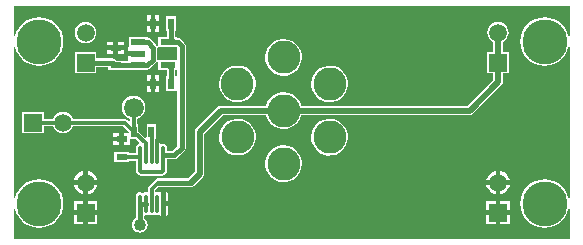
<source format=gtl>
%FSLAX24Y24*%
%MOIN*%
G70*
G01*
G75*
G04 Layer_Physical_Order=1*
G04 Layer_Color=255*
%ADD10R,0.0512X0.0217*%
%ADD11R,0.0197X0.0354*%
%ADD12R,0.0354X0.0197*%
%ADD13O,0.0118X0.0650*%
%ADD14C,0.0120*%
%ADD15C,0.0150*%
%ADD16C,0.0200*%
%ADD17C,0.1102*%
%ADD18C,0.0591*%
%ADD19R,0.0591X0.0591*%
%ADD20R,0.0591X0.0591*%
%ADD21C,0.0661*%
%ADD22C,0.0400*%
%ADD23C,0.1500*%
G36*
X27138Y16899D02*
X27088Y16891D01*
X27052Y17011D01*
X26977Y17152D01*
X26876Y17276D01*
X26752Y17377D01*
X26611Y17452D01*
X26459Y17498D01*
X26300Y17514D01*
X26141Y17498D01*
X25989Y17452D01*
X25848Y17377D01*
X25724Y17276D01*
X25623Y17152D01*
X25548Y17011D01*
X25502Y16859D01*
X25486Y16700D01*
X25502Y16541D01*
X25548Y16389D01*
X25623Y16248D01*
X25724Y16124D01*
X25848Y16023D01*
X25989Y15948D01*
X26141Y15902D01*
X26300Y15886D01*
X26459Y15902D01*
X26611Y15948D01*
X26752Y16023D01*
X26876Y16124D01*
X26977Y16248D01*
X27052Y16389D01*
X27088Y16509D01*
X27138Y16501D01*
Y11499D01*
X27088Y11491D01*
X27052Y11611D01*
X26977Y11752D01*
X26876Y11876D01*
X26752Y11977D01*
X26611Y12052D01*
X26459Y12098D01*
X26300Y12114D01*
X26141Y12098D01*
X25989Y12052D01*
X25848Y11977D01*
X25724Y11876D01*
X25623Y11752D01*
X25548Y11611D01*
X25502Y11459D01*
X25486Y11300D01*
X25502Y11141D01*
X25548Y10989D01*
X25623Y10848D01*
X25724Y10724D01*
X25848Y10623D01*
X25989Y10548D01*
X26141Y10502D01*
X26300Y10486D01*
X26459Y10502D01*
X26611Y10548D01*
X26752Y10623D01*
X26876Y10724D01*
X26977Y10848D01*
X27052Y10989D01*
X27088Y11109D01*
X27138Y11101D01*
Y10112D01*
X8612D01*
Y11101D01*
X8662Y11109D01*
X8698Y10989D01*
X8773Y10848D01*
X8874Y10724D01*
X8998Y10623D01*
X9139Y10548D01*
X9291Y10502D01*
X9450Y10486D01*
X9609Y10502D01*
X9761Y10548D01*
X9902Y10623D01*
X10026Y10724D01*
X10127Y10848D01*
X10202Y10989D01*
X10248Y11141D01*
X10264Y11300D01*
X10248Y11459D01*
X10202Y11611D01*
X10127Y11752D01*
X10026Y11876D01*
X9902Y11977D01*
X9761Y12052D01*
X9609Y12098D01*
X9450Y12114D01*
X9291Y12098D01*
X9139Y12052D01*
X8998Y11977D01*
X8874Y11876D01*
X8773Y11752D01*
X8698Y11611D01*
X8662Y11491D01*
X8612Y11499D01*
Y16501D01*
X8662Y16509D01*
X8698Y16389D01*
X8773Y16248D01*
X8874Y16124D01*
X8998Y16023D01*
X9139Y15948D01*
X9291Y15902D01*
X9450Y15886D01*
X9609Y15902D01*
X9761Y15948D01*
X9902Y16023D01*
X10026Y16124D01*
X10127Y16248D01*
X10202Y16389D01*
X10248Y16541D01*
X10264Y16700D01*
X10248Y16859D01*
X10202Y17011D01*
X10127Y17152D01*
X10026Y17276D01*
X9902Y17377D01*
X9761Y17452D01*
X9609Y17498D01*
X9450Y17514D01*
X9291Y17498D01*
X9139Y17452D01*
X8998Y17377D01*
X8874Y17276D01*
X8773Y17152D01*
X8698Y17011D01*
X8662Y16891D01*
X8612Y16899D01*
Y17888D01*
X27138D01*
Y16899D01*
D02*
G37*
%LPC*%
G36*
X17641Y13240D02*
X17520Y13236D01*
X17403Y13209D01*
X17293Y13159D01*
X17196Y13089D01*
X17113Y13001D01*
X17050Y12899D01*
X17007Y12786D01*
X16988Y12668D01*
X16992Y12547D01*
X17019Y12430D01*
X17069Y12320D01*
X17139Y12222D01*
X17227Y12140D01*
X17329Y12077D01*
X17442Y12034D01*
X17560Y12015D01*
X17681Y12018D01*
X17798Y12046D01*
X17908Y12096D01*
X18005Y12166D01*
X18088Y12254D01*
X18151Y12356D01*
X18194Y12468D01*
X18213Y12587D01*
X18209Y12708D01*
X18182Y12825D01*
X18132Y12934D01*
X18062Y13032D01*
X17974Y13115D01*
X17872Y13178D01*
X17760Y13221D01*
X17641Y13240D01*
D02*
G37*
G36*
X10925Y12389D02*
X10897Y12385D01*
X10801Y12345D01*
X10718Y12282D01*
X10655Y12199D01*
X10615Y12103D01*
X10611Y12075D01*
X10925D01*
Y12389D01*
D02*
G37*
G36*
X11389Y11925D02*
X11075D01*
Y11611D01*
X11103Y11615D01*
X11199Y11655D01*
X11282Y11718D01*
X11345Y11801D01*
X11385Y11897D01*
X11389Y11925D01*
D02*
G37*
G36*
X24675D02*
X24361D01*
X24365Y11897D01*
X24405Y11801D01*
X24468Y11718D01*
X24551Y11655D01*
X24647Y11615D01*
X24675Y11611D01*
Y11925D01*
D02*
G37*
G36*
X25139D02*
X24825D01*
Y11611D01*
X24853Y11615D01*
X24949Y11655D01*
X25032Y11718D01*
X25095Y11801D01*
X25135Y11897D01*
X25139Y11925D01*
D02*
G37*
G36*
X19175Y14126D02*
X19055Y14122D01*
X18937Y14095D01*
X18828Y14045D01*
X18730Y13975D01*
X18648Y13887D01*
X18584Y13785D01*
X18542Y13672D01*
X18522Y13553D01*
X18526Y13433D01*
X18553Y13316D01*
X18603Y13206D01*
X18673Y13108D01*
X18761Y13026D01*
X18863Y12962D01*
X18976Y12920D01*
X19095Y12900D01*
X19215Y12904D01*
X19332Y12932D01*
X19442Y12981D01*
X19540Y13051D01*
X19622Y13139D01*
X19686Y13242D01*
X19728Y13354D01*
X19748Y13473D01*
X19744Y13593D01*
X19716Y13711D01*
X19667Y13820D01*
X19597Y13918D01*
X19509Y14000D01*
X19406Y14064D01*
X19294Y14106D01*
X19175Y14126D01*
D02*
G37*
G36*
X16106Y14127D02*
X15986Y14123D01*
X15868Y14096D01*
X15759Y14046D01*
X15661Y13976D01*
X15578Y13888D01*
X15515Y13786D01*
X15472Y13673D01*
X15453Y13554D01*
X15457Y13434D01*
X15484Y13317D01*
X15534Y13207D01*
X15604Y13109D01*
X15692Y13027D01*
X15794Y12963D01*
X15907Y12921D01*
X16026Y12901D01*
X16146Y12905D01*
X16263Y12933D01*
X16373Y12982D01*
X16471Y13052D01*
X16553Y13140D01*
X16617Y13243D01*
X16659Y13355D01*
X16679Y13474D01*
X16675Y13594D01*
X16647Y13712D01*
X16598Y13821D01*
X16527Y13919D01*
X16440Y14001D01*
X16337Y14065D01*
X16225Y14107D01*
X16106Y14127D01*
D02*
G37*
G36*
X24825Y12389D02*
Y12075D01*
X25139D01*
X25135Y12103D01*
X25095Y12199D01*
X25032Y12282D01*
X24949Y12345D01*
X24853Y12385D01*
X24825Y12389D01*
D02*
G37*
G36*
X11075D02*
Y12075D01*
X11389D01*
X11385Y12103D01*
X11345Y12199D01*
X11282Y12282D01*
X11199Y12345D01*
X11103Y12385D01*
X11075Y12389D01*
D02*
G37*
G36*
X24675D02*
X24647Y12385D01*
X24551Y12345D01*
X24468Y12282D01*
X24405Y12199D01*
X24365Y12103D01*
X24361Y12075D01*
X24675D01*
Y12389D01*
D02*
G37*
G36*
X10925Y11925D02*
X10611D01*
X10615Y11897D01*
X10655Y11801D01*
X10718Y11718D01*
X10801Y11655D01*
X10897Y11615D01*
X10925Y11611D01*
Y11925D01*
D02*
G37*
G36*
X25145Y10925D02*
X24825D01*
Y10605D01*
X25145D01*
Y10925D01*
D02*
G37*
G36*
X13756Y11218D02*
X13669D01*
Y10886D01*
X13708Y10912D01*
X13744Y10965D01*
X13756Y11027D01*
Y11218D01*
D02*
G37*
G36*
X24675Y10925D02*
X24355D01*
Y10605D01*
X24675D01*
Y10925D01*
D02*
G37*
G36*
X10925D02*
X10605D01*
Y10605D01*
X10925D01*
Y10925D01*
D02*
G37*
G36*
X11395D02*
X11075D01*
Y10605D01*
X11395D01*
Y10925D01*
D02*
G37*
G36*
X25145Y11395D02*
X24825D01*
Y11075D01*
X25145D01*
Y11395D01*
D02*
G37*
G36*
X13669Y11700D02*
Y11368D01*
X13756D01*
Y11559D01*
X13744Y11621D01*
X13708Y11673D01*
X13669Y11700D01*
D02*
G37*
G36*
X24675Y11395D02*
X24355D01*
Y11075D01*
X24675D01*
Y11395D01*
D02*
G37*
G36*
X10925D02*
X10605D01*
Y11075D01*
X10925D01*
Y11395D01*
D02*
G37*
G36*
X11395D02*
X11075D01*
Y11075D01*
X11395D01*
Y11395D01*
D02*
G37*
G36*
X11925Y16694D02*
X11723D01*
Y16570D01*
X11925D01*
Y16694D01*
D02*
G37*
G36*
X12277D02*
X12075D01*
Y16570D01*
X12277D01*
Y16694D01*
D02*
G37*
G36*
X14004Y17537D02*
X13687D01*
Y17063D01*
X13708D01*
Y16842D01*
X13426D01*
Y16562D01*
X13377Y16553D01*
X13347Y16597D01*
X13173Y16771D01*
X13129Y16801D01*
X13076Y16812D01*
X13074D01*
Y16842D01*
X12442D01*
Y16508D01*
X12402D01*
Y16375D01*
X12758D01*
Y16225D01*
X12402D01*
Y16092D01*
X12402D01*
Y16078D01*
X12367Y16042D01*
X12237D01*
Y16063D01*
X12036D01*
X12002Y16097D01*
X11957Y16127D01*
X11905Y16138D01*
X11355D01*
Y16355D01*
X10645D01*
Y15645D01*
X11355D01*
Y15862D01*
X11763D01*
Y15746D01*
X12237D01*
Y15767D01*
X12442D01*
Y15758D01*
X13074D01*
Y15771D01*
X13107Y15778D01*
X13152Y15807D01*
X13347Y16003D01*
X13377Y16047D01*
X13426Y16038D01*
Y15758D01*
X13708D01*
Y15537D01*
X13687D01*
Y15063D01*
X14004D01*
Y15537D01*
X13983D01*
Y15758D01*
X14027D01*
X14027Y15758D01*
Y15758D01*
X14058Y15758D01*
X14062Y15753D01*
Y13207D01*
X13900Y13045D01*
X13715D01*
Y13173D01*
X13706Y13219D01*
X13680Y13259D01*
X13640Y13285D01*
X13594Y13294D01*
X13547Y13285D01*
X13524Y13269D01*
X13512Y13288D01*
X13459Y13323D01*
X13397Y13335D01*
X13361Y13328D01*
X13322Y13360D01*
Y13463D01*
X13354D01*
Y13937D01*
X13037D01*
Y13506D01*
X12991Y13487D01*
X12763Y13715D01*
Y13937D01*
X12727D01*
Y14130D01*
X12797Y14159D01*
X12879Y14221D01*
X12941Y14303D01*
X12981Y14398D01*
X12994Y14500D01*
X12981Y14602D01*
X12941Y14697D01*
X12879Y14779D01*
X12797Y14841D01*
X12702Y14881D01*
X12600Y14894D01*
X12498Y14881D01*
X12403Y14841D01*
X12321Y14779D01*
X12259Y14697D01*
X12219Y14602D01*
X12206Y14500D01*
X12219Y14398D01*
X12259Y14303D01*
X12321Y14221D01*
X12403Y14159D01*
X12482Y14126D01*
Y14061D01*
X12436Y14042D01*
X12391Y14087D01*
X12352Y14113D01*
X12305Y14122D01*
X10584D01*
X10560Y14179D01*
X10503Y14253D01*
X10429Y14310D01*
X10343Y14346D01*
X10250Y14358D01*
X10157Y14346D01*
X10071Y14310D01*
X9997Y14253D01*
X9940Y14179D01*
X9916Y14122D01*
X9605D01*
Y14355D01*
X8895D01*
Y13645D01*
X9605D01*
Y13878D01*
X9916D01*
X9940Y13821D01*
X9997Y13747D01*
X10071Y13690D01*
X10157Y13654D01*
X10250Y13642D01*
X10343Y13654D01*
X10429Y13690D01*
X10503Y13747D01*
X10560Y13821D01*
X10584Y13878D01*
X12254D01*
X12442Y13690D01*
X12423Y13644D01*
X12275D01*
Y13445D01*
Y13247D01*
X12477D01*
Y13463D01*
X12669D01*
X12795Y13337D01*
X12780Y13289D01*
X12760Y13285D01*
X12720Y13259D01*
X12694Y13219D01*
X12685Y13173D01*
Y12977D01*
X12437D01*
Y13013D01*
X11963D01*
Y12696D01*
X12437D01*
Y12732D01*
X12684D01*
Y12394D01*
X12693Y12347D01*
X12720Y12307D01*
X12763Y12263D01*
X12787Y12248D01*
X12803Y12237D01*
X12850Y12228D01*
X13550D01*
X13597Y12237D01*
X13637Y12263D01*
X13680Y12307D01*
X13696Y12331D01*
X13707Y12347D01*
X13716Y12394D01*
Y12769D01*
X13957D01*
X14010Y12780D01*
X14054Y12810D01*
X14297Y13053D01*
X14327Y13097D01*
X14338Y13150D01*
X14338Y13150D01*
X14338Y13150D01*
Y13150D01*
Y16550D01*
X14327Y16603D01*
X14297Y16647D01*
X14173Y16771D01*
X14129Y16801D01*
X14076Y16812D01*
X14058D01*
Y16842D01*
X13983D01*
Y17063D01*
X14004D01*
Y17537D01*
D02*
G37*
G36*
X11925Y16420D02*
X11723D01*
Y16297D01*
X11925D01*
Y16420D01*
D02*
G37*
G36*
X12277D02*
X12075D01*
Y16297D01*
X12277D01*
Y16420D01*
D02*
G37*
G36*
X13180Y17577D02*
X13056D01*
Y17375D01*
X13180D01*
Y17577D01*
D02*
G37*
G36*
X13453D02*
X13330D01*
Y17375D01*
X13453D01*
Y17577D01*
D02*
G37*
G36*
Y17225D02*
X13330D01*
Y17023D01*
X13453D01*
Y17225D01*
D02*
G37*
G36*
X11000Y17358D02*
X10907Y17346D01*
X10821Y17310D01*
X10747Y17253D01*
X10690Y17179D01*
X10654Y17093D01*
X10642Y17000D01*
X10654Y16907D01*
X10690Y16821D01*
X10747Y16747D01*
X10821Y16690D01*
X10907Y16654D01*
X11000Y16642D01*
X11093Y16654D01*
X11179Y16690D01*
X11253Y16747D01*
X11310Y16821D01*
X11346Y16907D01*
X11358Y17000D01*
X11346Y17093D01*
X11310Y17179D01*
X11253Y17253D01*
X11179Y17310D01*
X11093Y17346D01*
X11000Y17358D01*
D02*
G37*
G36*
X13180Y17225D02*
X13056D01*
Y17023D01*
X13180D01*
Y17225D01*
D02*
G37*
G36*
X19174Y15899D02*
X19054Y15895D01*
X18937Y15867D01*
X18827Y15818D01*
X18729Y15748D01*
X18647Y15660D01*
X18583Y15557D01*
X18541Y15445D01*
X18521Y15326D01*
X18525Y15206D01*
X18553Y15088D01*
X18602Y14979D01*
X18673Y14881D01*
X18760Y14799D01*
X18863Y14735D01*
X18975Y14693D01*
X19094Y14673D01*
X19214Y14677D01*
X19332Y14704D01*
X19441Y14754D01*
X19539Y14824D01*
X19622Y14912D01*
X19685Y15014D01*
X19728Y15127D01*
X19747Y15246D01*
X19743Y15366D01*
X19716Y15483D01*
X19666Y15593D01*
X19596Y15691D01*
X19508Y15773D01*
X19406Y15837D01*
X19293Y15879D01*
X19174Y15899D01*
D02*
G37*
G36*
X16105Y15900D02*
X15985Y15896D01*
X15868Y15868D01*
X15758Y15819D01*
X15660Y15749D01*
X15578Y15661D01*
X15514Y15558D01*
X15472Y15446D01*
X15452Y15327D01*
X15456Y15207D01*
X15484Y15089D01*
X15533Y14980D01*
X15603Y14882D01*
X15691Y14800D01*
X15794Y14736D01*
X15906Y14694D01*
X16025Y14674D01*
X16145Y14678D01*
X16263Y14705D01*
X16372Y14755D01*
X16470Y14825D01*
X16552Y14913D01*
X16616Y15015D01*
X16658Y15128D01*
X16678Y15247D01*
X16674Y15367D01*
X16647Y15484D01*
X16597Y15594D01*
X16527Y15692D01*
X16439Y15774D01*
X16337Y15838D01*
X16224Y15880D01*
X16105Y15900D01*
D02*
G37*
G36*
X24750Y17358D02*
X24657Y17346D01*
X24571Y17310D01*
X24497Y17253D01*
X24440Y17179D01*
X24404Y17093D01*
X24392Y17000D01*
X24404Y16907D01*
X24440Y16821D01*
X24497Y16747D01*
X24571Y16690D01*
X24587Y16683D01*
Y16355D01*
X24395D01*
Y15645D01*
X24587D01*
Y15418D01*
X23732Y14563D01*
X18190D01*
X18182Y14597D01*
X18132Y14707D01*
X18062Y14805D01*
X17974Y14887D01*
X17872Y14951D01*
X17759Y14993D01*
X17640Y15013D01*
X17520Y15009D01*
X17403Y14982D01*
X17293Y14932D01*
X17195Y14862D01*
X17113Y14774D01*
X17049Y14672D01*
X17008Y14563D01*
X15500D01*
X15438Y14551D01*
X15385Y14515D01*
X14685Y13815D01*
X14649Y13762D01*
X14637Y13700D01*
Y12368D01*
X14407Y12138D01*
X13400D01*
X13347Y12127D01*
X13303Y12097D01*
X13273Y12053D01*
X13271Y12044D01*
X13113Y11887D01*
X13087Y11847D01*
X13078Y11800D01*
Y11705D01*
X13039Y11673D01*
X13003Y11680D01*
X12957Y11671D01*
X12917Y11644D01*
X12892D01*
X12853Y11671D01*
X12806Y11680D01*
X12760Y11671D01*
X12720Y11644D01*
X12694Y11605D01*
X12685Y11559D01*
Y11354D01*
X12679Y11346D01*
X12669Y11293D01*
Y10816D01*
X12621Y10779D01*
X12579Y10725D01*
X12553Y10662D01*
X12544Y10594D01*
X12553Y10526D01*
X12579Y10463D01*
X12621Y10408D01*
X12675Y10367D01*
X12738Y10340D01*
X12806Y10331D01*
X12874Y10340D01*
X12937Y10367D01*
X12992Y10408D01*
X13033Y10463D01*
X13060Y10526D01*
X13069Y10594D01*
X13060Y10662D01*
X13033Y10725D01*
X12992Y10779D01*
X12944Y10816D01*
Y10878D01*
X12983Y10910D01*
X13003Y10906D01*
X13050Y10915D01*
X13089Y10941D01*
X13114D01*
X13154Y10915D01*
X13200Y10906D01*
X13246Y10915D01*
X13286Y10941D01*
X13311D01*
X13350Y10915D01*
X13397Y10906D01*
X13443Y10915D01*
X13467Y10931D01*
X13479Y10912D01*
X13519Y10886D01*
Y11293D01*
Y11700D01*
X13479Y11673D01*
X13467Y11655D01*
X13443Y11671D01*
X13397Y11680D01*
X13361Y11673D01*
X13327Y11701D01*
X13324Y11751D01*
X13435Y11862D01*
X14418D01*
X14438Y11849D01*
X14500Y11837D01*
X14562Y11849D01*
X14615Y11885D01*
X14915Y12185D01*
X14951Y12238D01*
X14963Y12300D01*
X14963Y12300D01*
X14963Y12300D01*
Y12300D01*
Y13632D01*
X15568Y14237D01*
X17010D01*
X17018Y14203D01*
X17068Y14093D01*
X17138Y13995D01*
X17226Y13913D01*
X17328Y13849D01*
X17441Y13807D01*
X17560Y13787D01*
X17680Y13791D01*
X17797Y13818D01*
X17907Y13868D01*
X18005Y13938D01*
X18087Y14026D01*
X18151Y14128D01*
X18192Y14237D01*
X23800D01*
X23862Y14249D01*
X23915Y14285D01*
X23915Y14285D01*
X23915Y14285D01*
X24865Y15235D01*
X24901Y15288D01*
X24913Y15350D01*
X24913Y15350D01*
X24913Y15350D01*
Y15350D01*
Y15645D01*
X25105D01*
Y16355D01*
X24913D01*
Y16683D01*
X24929Y16690D01*
X25003Y16747D01*
X25060Y16821D01*
X25096Y16907D01*
X25108Y17000D01*
X25096Y17093D01*
X25060Y17179D01*
X25003Y17253D01*
X24929Y17310D01*
X24843Y17346D01*
X24750Y17358D01*
D02*
G37*
G36*
X12125Y13370D02*
X11923D01*
Y13247D01*
X12125D01*
Y13370D01*
D02*
G37*
G36*
Y13644D02*
X11923D01*
Y13520D01*
X12125D01*
Y13644D01*
D02*
G37*
G36*
X13180Y15225D02*
X13056D01*
Y15023D01*
X13180D01*
Y15225D01*
D02*
G37*
G36*
X17640Y16785D02*
X17519Y16782D01*
X17402Y16754D01*
X17292Y16704D01*
X17194Y16634D01*
X17112Y16546D01*
X17049Y16444D01*
X17006Y16332D01*
X16987Y16213D01*
X16991Y16092D01*
X17018Y15975D01*
X17068Y15866D01*
X17138Y15768D01*
X17226Y15685D01*
X17328Y15622D01*
X17440Y15579D01*
X17559Y15560D01*
X17680Y15564D01*
X17797Y15591D01*
X17907Y15641D01*
X18004Y15711D01*
X18087Y15799D01*
X18150Y15901D01*
X18193Y16014D01*
X18212Y16132D01*
X18208Y16253D01*
X18181Y16370D01*
X18131Y16480D01*
X18061Y16578D01*
X17973Y16660D01*
X17871Y16723D01*
X17758Y16766D01*
X17640Y16785D01*
D02*
G37*
G36*
X13453Y15577D02*
X13330D01*
Y15375D01*
X13453D01*
Y15577D01*
D02*
G37*
G36*
Y15225D02*
X13330D01*
Y15023D01*
X13453D01*
Y15225D01*
D02*
G37*
G36*
X13180Y15577D02*
X13056D01*
Y15375D01*
X13180D01*
Y15577D01*
D02*
G37*
%LPD*%
G36*
X14062Y16493D02*
Y16099D01*
X14058Y16094D01*
X14027Y16094D01*
X14027Y16094D01*
Y16094D01*
X13426D01*
X13426Y16094D01*
Y16094D01*
X13388Y16100D01*
Y16500D01*
X13388Y16500D01*
X13426Y16506D01*
X13426Y16506D01*
X13426Y16506D01*
X14050D01*
X14062Y16493D01*
D02*
G37*
D10*
X13742Y16674D02*
D03*
Y15926D02*
D03*
X12758D02*
D03*
Y16300D02*
D03*
Y16674D02*
D03*
D11*
X13255Y17300D02*
D03*
X13845D02*
D03*
X13255Y15300D02*
D03*
X13845D02*
D03*
X13195Y13700D02*
D03*
X12605D02*
D03*
D12*
X12000Y16495D02*
D03*
Y15905D02*
D03*
X12200Y13445D02*
D03*
Y12855D02*
D03*
D13*
X12806Y11293D02*
D03*
X13003D02*
D03*
X13200D02*
D03*
X13397D02*
D03*
X13594D02*
D03*
X12806Y12907D02*
D03*
X13003D02*
D03*
X13200D02*
D03*
X13397D02*
D03*
X13594D02*
D03*
D14*
X13397D02*
Y13397D01*
X12305Y14000D02*
X12605Y13700D01*
X10250Y14000D02*
X12305D01*
X12600Y14500D02*
X12605Y14495D01*
Y13700D02*
Y14495D01*
X13195Y13700D02*
X13200Y13695D01*
Y12907D02*
Y13695D01*
X12605Y13700D02*
X13003Y13302D01*
Y12907D02*
Y13302D01*
X12806Y12394D02*
Y12907D01*
X12200Y12855D02*
X12754D01*
X13594Y12394D02*
Y12907D01*
X13550Y12350D02*
X13594Y12394D01*
X12850Y12350D02*
X13550D01*
X12806Y12394D02*
X12850Y12350D01*
X13200Y11293D02*
Y11800D01*
X13400Y12000D01*
X9250Y14000D02*
X10250D01*
D15*
X12806Y10594D02*
Y11293D01*
X13003D01*
X13594Y12907D02*
X13957D01*
X14200Y13150D01*
Y16550D01*
X14076Y16674D02*
X14200Y16550D01*
X13742Y16674D02*
X14076D01*
X13742D02*
X13845Y16777D01*
Y17300D01*
Y15300D02*
Y15823D01*
X13742Y15926D02*
X13845Y15823D01*
X12000Y15905D02*
X13055D01*
X13250Y16100D01*
Y16500D01*
X13076Y16674D02*
X13250Y16500D01*
X12758Y16674D02*
X13076D01*
X11905Y16000D02*
X12000Y15905D01*
X11000Y16000D02*
X11905D01*
X13400Y12000D02*
X14500D01*
D16*
X14800Y12300D01*
Y13700D01*
X15500Y14400D01*
X17600D01*
X23800D01*
X24750Y15350D01*
Y16000D01*
Y17000D01*
D17*
X17600Y14400D02*
D03*
X17601Y12627D02*
D03*
X19135Y13513D02*
D03*
X19134Y15286D02*
D03*
X17599Y16173D02*
D03*
X16065Y15287D02*
D03*
X16066Y13514D02*
D03*
D18*
X11000Y17000D02*
D03*
X10250Y14000D02*
D03*
X24750Y17000D02*
D03*
Y12000D02*
D03*
X11000D02*
D03*
D19*
Y16000D02*
D03*
X24750D02*
D03*
Y11000D02*
D03*
X11000D02*
D03*
D20*
X9250Y14000D02*
D03*
D21*
X12600Y14500D02*
D03*
D22*
X12806Y10594D02*
D03*
D23*
X9450Y16700D02*
D03*
Y11300D02*
D03*
X26300D02*
D03*
Y16700D02*
D03*
M02*

</source>
